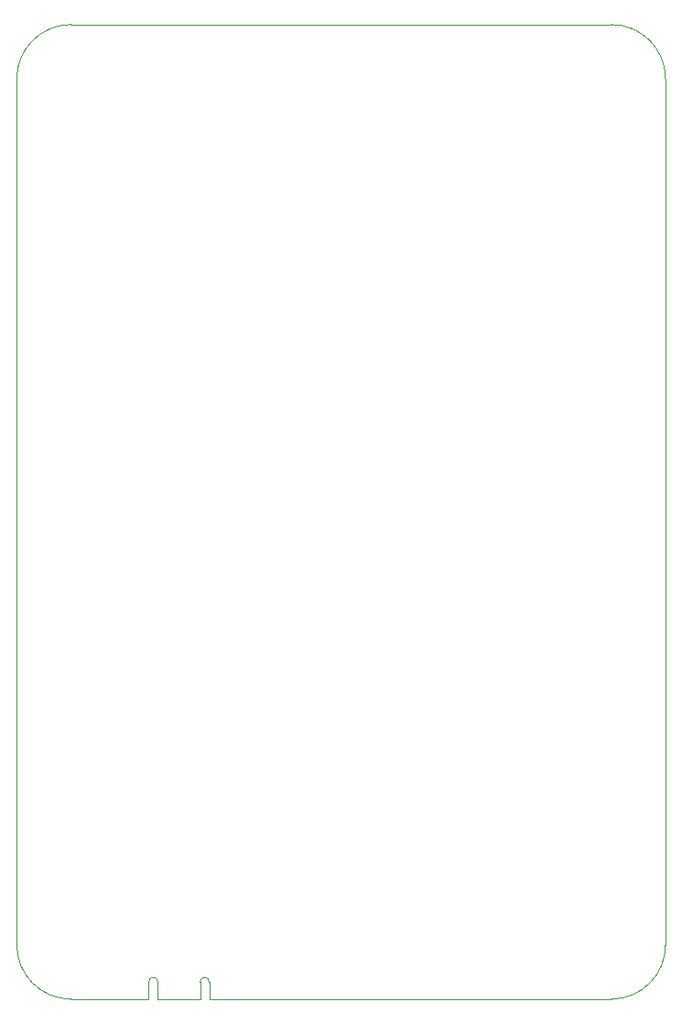
<source format=gbr>
%TF.GenerationSoftware,KiCad,Pcbnew,(6.0.0)*%
%TF.CreationDate,2022-02-04T14:54:06+01:00*%
%TF.ProjectId,wifitemp,77696669-7465-46d7-902e-6b696361645f,rev?*%
%TF.SameCoordinates,Original*%
%TF.FileFunction,Profile,NP*%
%FSLAX46Y46*%
G04 Gerber Fmt 4.6, Leading zero omitted, Abs format (unit mm)*
G04 Created by KiCad (PCBNEW (6.0.0)) date 2022-02-04 14:54:06*
%MOMM*%
%LPD*%
G01*
G04 APERTURE LIST*
%TA.AperFunction,Profile*%
%ADD10C,0.100000*%
%TD*%
G04 APERTURE END LIST*
D10*
X185000000Y-140000000D02*
G75*
G03*
X190000000Y-135000000I0J5000000D01*
G01*
X148750000Y-140000000D02*
X185000000Y-140000000D01*
X190000000Y-55000000D02*
G75*
G03*
X185000000Y-50000000I-5000000J0D01*
G01*
X141250000Y-140000000D02*
X135000000Y-140000000D01*
X130000000Y-135000000D02*
G75*
G03*
X135000000Y-140000000I5000000J0D01*
G01*
X130000000Y-55000000D02*
X130000000Y-135000000D01*
X135000000Y-50000000D02*
G75*
G03*
X130000000Y-55000000I0J-5000000D01*
G01*
X135000000Y-50000000D02*
X185000000Y-50000000D01*
X190000000Y-135000000D02*
X190000000Y-55000000D01*
%TO.C,J2*%
X146950000Y-138425000D02*
X146950000Y-140000000D01*
X141250000Y-140000000D02*
X142200000Y-140000000D01*
X143050000Y-138425000D02*
X143050000Y-140000000D01*
X143050000Y-140000000D02*
X146950000Y-140000000D01*
X142200000Y-138425000D02*
X142200000Y-140000000D01*
X147800000Y-140000000D02*
X148750000Y-140000000D01*
X147800000Y-138425000D02*
X147800000Y-140000000D01*
X147800000Y-138425000D02*
G75*
G03*
X146950000Y-138425000I-425000J0D01*
G01*
X143050000Y-138425000D02*
G75*
G03*
X142200000Y-138425000I-425000J0D01*
G01*
%TD*%
M02*

</source>
